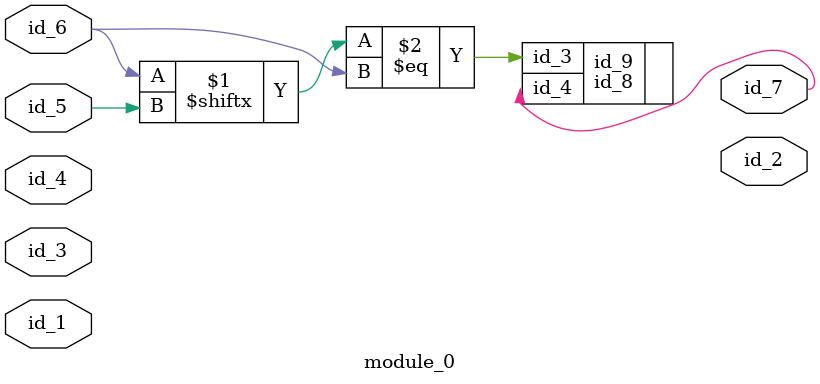
<source format=v>
module module_0 (
    id_1,
    id_2,
    id_3,
    id_4,
    id_5,
    id_6,
    id_7
);
  output id_7;
  input id_6;
  input id_5;
  input id_4;
  input id_3;
  output id_2;
  input id_1;
  id_8 id_9 (
      .id_4(id_7),
      .id_3(id_6[id_5] == id_6)
  );
  generate
    assign id_5[id_5] = 1;
  endgenerate
endmodule

</source>
